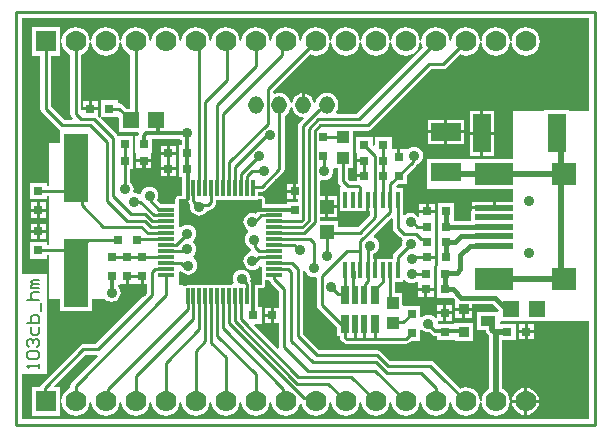
<source format=gtl>
G04*
G04 #@! TF.GenerationSoftware,Altium Limited,Altium Designer,20.2.6 (244)*
G04*
G04 Layer_Physical_Order=1*
G04 Layer_Color=65280*
%FSLAX25Y25*%
%MOIN*%
G70*
G04*
G04 #@! TF.SameCoordinates,98507788-8A11-4182-AA0E-0FE8B404AF89*
G04*
G04*
G04 #@! TF.FilePolarity,Positive*
G04*
G01*
G75*
%ADD11C,0.00787*%
%ADD14C,0.00984*%
%ADD15C,0.01000*%
%ADD16C,0.01968*%
%ADD39R,0.13000X0.07800*%
%ADD40R,0.12992X0.01968*%
%ADD41R,0.07874X0.07800*%
%ADD42R,0.03937X0.04331*%
%ADD43R,0.03150X0.03150*%
%ADD44R,0.05000X0.05000*%
%ADD45R,0.01200X0.05500*%
%ADD46R,0.03150X0.03150*%
%ADD47R,0.02559X0.06000*%
%ADD48R,0.01968X0.06000*%
%ADD49R,0.06000X0.13000*%
%ADD50R,0.05000X0.03600*%
%ADD51R,0.03600X0.03600*%
%ADD52R,0.05512X0.01181*%
%ADD53R,0.01181X0.05512*%
%ADD54R,0.10000X0.06000*%
%ADD55C,0.01181*%
%ADD56C,0.01575*%
%ADD57C,0.07000*%
%ADD58R,0.07000X0.07000*%
%ADD59C,0.03543*%
%ADD60R,0.08268X0.22835*%
%ADD61R,0.05512X0.05512*%
%ADD62O,0.05118X0.05906*%
G36*
X181064Y96850D02*
X174555D01*
Y97051D01*
X166193D01*
Y96850D01*
X155905D01*
Y80869D01*
X127165Y80869D01*
X127165Y70866D01*
X141925Y70866D01*
Y70706D01*
X155905D01*
Y66535D01*
X150098D01*
Y64567D01*
X149606D01*
Y64075D01*
X142126D01*
Y63583D01*
X141929D01*
Y60275D01*
X136221D01*
Y66142D01*
X130709D01*
Y60630D01*
Y55512D01*
Y50394D01*
Y45276D01*
X130315Y45276D01*
Y39764D01*
Y34646D01*
X135744D01*
X136370Y34020D01*
X136586Y33493D01*
X136586D01*
X136586Y33493D01*
Y31201D01*
X139370D01*
X142154D01*
Y32639D01*
X148856D01*
X151002Y30492D01*
X150753Y29890D01*
X143689D01*
Y23928D01*
X146682D01*
X146846Y23104D01*
X147325Y22388D01*
X147792Y21920D01*
Y4152D01*
X147639Y4089D01*
X146661Y3339D01*
X145911Y2361D01*
X145439Y1222D01*
X145331Y399D01*
X145304Y192D01*
X144696D01*
X144669Y399D01*
X144561Y1222D01*
X144089Y2361D01*
X143339Y3339D01*
X142361Y4089D01*
X141222Y4561D01*
X140000Y4721D01*
X138778Y4561D01*
X138123Y4289D01*
X133332Y9080D01*
X129395Y13017D01*
X128842Y13387D01*
X128189Y13517D01*
X114880D01*
X111836Y16561D01*
X111283Y16930D01*
X110630Y17060D01*
X91258D01*
X85958Y22360D01*
Y43436D01*
X86560Y43556D01*
X86791Y42999D01*
X87264Y42382D01*
X87881Y41909D01*
X88599Y41611D01*
X89370Y41510D01*
X89818Y41569D01*
X90420Y41130D01*
Y32283D01*
X90550Y31631D01*
X90920Y31077D01*
X97244Y24753D01*
Y21728D01*
X97999D01*
Y21555D01*
X98129Y20902D01*
X98498Y20349D01*
X99089Y19758D01*
X99642Y19388D01*
X100295Y19259D01*
X120177D01*
X120830Y19388D01*
X121384Y19758D01*
X121704Y20079D01*
X124803D01*
Y23736D01*
X125406Y23940D01*
X125453Y23878D01*
X126070Y23405D01*
X126788Y23108D01*
X127559Y23006D01*
X127933Y23055D01*
X128644Y22345D01*
X129230Y21953D01*
X129921Y21816D01*
X130315D01*
Y20472D01*
X135827D01*
Y20472D01*
X136389Y20376D01*
Y20228D01*
X142351D01*
Y26190D01*
X136389D01*
Y26081D01*
X135827Y25984D01*
Y25984D01*
X130924D01*
X130738Y26397D01*
X130898Y26756D01*
X131058Y26969D01*
X132579D01*
Y29035D01*
X130512D01*
Y27976D01*
X129910Y27772D01*
X129665Y28090D01*
X129048Y28563D01*
X128330Y28861D01*
X127559Y28962D01*
X126788Y28861D01*
X126070Y28563D01*
X125453Y28090D01*
X125406Y28028D01*
X124803Y28233D01*
Y31890D01*
X119291D01*
X118898Y32329D01*
Y36220D01*
X116617D01*
Y39781D01*
X119193D01*
Y40400D01*
X119795Y40605D01*
X119941Y40414D01*
X120558Y39941D01*
X121276Y39643D01*
X122047Y39542D01*
X122818Y39643D01*
X123413Y39889D01*
X124016Y39764D01*
X124213Y39243D01*
Y37894D01*
X129331D01*
Y39764D01*
X129527D01*
Y45276D01*
X129724Y45472D01*
X129724D01*
Y47539D01*
X127165D01*
Y48524D01*
X129724D01*
Y50394D01*
X129921D01*
Y55512D01*
Y61024D01*
X129724D01*
Y62894D01*
X127165D01*
X124606D01*
Y61834D01*
X124004Y61630D01*
X123759Y61949D01*
X123143Y62422D01*
X122424Y62719D01*
X121653Y62821D01*
X120883Y62719D01*
X120164Y62422D01*
X119720Y62081D01*
X119117Y62316D01*
Y63381D01*
X119193D01*
Y71243D01*
X117004D01*
X116778Y71845D01*
X117373Y72441D01*
X120472D01*
Y75540D01*
X123551Y78619D01*
X123895Y79133D01*
X124324Y79311D01*
X124941Y79784D01*
X125414Y80401D01*
X125711Y81119D01*
X125813Y81890D01*
X125711Y82661D01*
X125414Y83379D01*
X124941Y83996D01*
X124324Y84469D01*
X123606Y84767D01*
X122835Y84868D01*
X122064Y84767D01*
X121345Y84469D01*
X120861Y84097D01*
X120276Y84055D01*
X120276Y84055D01*
X120276Y84055D01*
X118209D01*
Y81496D01*
X117224D01*
Y84055D01*
X115354D01*
Y88189D01*
X109843D01*
Y85581D01*
X109240Y85278D01*
X109055Y85415D01*
Y88189D01*
X103543D01*
Y82677D01*
X103740D01*
Y80807D01*
X106299D01*
Y79823D01*
X103740D01*
Y78358D01*
X103740Y77756D01*
X103740D01*
Y77756D01*
X103740D01*
Y75689D01*
X106299D01*
Y74705D01*
X103740D01*
Y73578D01*
X101473D01*
X100919Y74132D01*
Y77953D01*
X102362D01*
Y84043D01*
X102362Y84646D01*
X102362D01*
Y84646D01*
X102362D01*
Y90292D01*
X107353D01*
X108006Y90422D01*
X108559Y90792D01*
X128475Y110708D01*
X132414D01*
X133066Y110837D01*
X133620Y111207D01*
X138123Y115711D01*
X138778Y115439D01*
X140000Y115278D01*
X141222Y115439D01*
X142361Y115911D01*
X143339Y116661D01*
X144089Y117639D01*
X144561Y118778D01*
X144669Y119601D01*
X144696Y119808D01*
X145304D01*
X145331Y119601D01*
X145439Y118778D01*
X145911Y117639D01*
X146661Y116661D01*
X147639Y115911D01*
X148778Y115439D01*
X150000Y115278D01*
X151222Y115439D01*
X152361Y115911D01*
X153339Y116661D01*
X154089Y117639D01*
X154561Y118778D01*
X154669Y119601D01*
X154696Y119808D01*
X155304D01*
X155331Y119601D01*
X155439Y118778D01*
X155911Y117639D01*
X156661Y116661D01*
X157639Y115911D01*
X158778Y115439D01*
X160000Y115278D01*
X161222Y115439D01*
X162361Y115911D01*
X163339Y116661D01*
X164089Y117639D01*
X164561Y118778D01*
X164722Y120000D01*
X164561Y121222D01*
X164089Y122361D01*
X163339Y123339D01*
X162361Y124089D01*
X161222Y124561D01*
X160000Y124722D01*
X158778Y124561D01*
X157639Y124089D01*
X156661Y123339D01*
X155911Y122361D01*
X155439Y121222D01*
X155331Y120399D01*
X155304Y120192D01*
X154696D01*
X154669Y120399D01*
X154561Y121222D01*
X154089Y122361D01*
X153339Y123339D01*
X152361Y124089D01*
X151222Y124561D01*
X150000Y124722D01*
X148778Y124561D01*
X147639Y124089D01*
X146661Y123339D01*
X145911Y122361D01*
X145439Y121222D01*
X145331Y120399D01*
X145304Y120192D01*
X144696D01*
X144669Y120399D01*
X144561Y121222D01*
X144089Y122361D01*
X143339Y123339D01*
X142361Y124089D01*
X141222Y124561D01*
X140000Y124722D01*
X138778Y124561D01*
X137639Y124089D01*
X136661Y123339D01*
X135911Y122361D01*
X135439Y121222D01*
X135304Y120192D01*
X134696D01*
X134561Y121222D01*
X134089Y122361D01*
X133339Y123339D01*
X132361Y124089D01*
X131222Y124561D01*
X130000Y124722D01*
X128778Y124561D01*
X127639Y124089D01*
X126661Y123339D01*
X125911Y122361D01*
X125439Y121222D01*
X125304Y120192D01*
X124696D01*
X124561Y121222D01*
X124089Y122361D01*
X123339Y123339D01*
X122361Y124089D01*
X121222Y124561D01*
X120000Y124722D01*
X118778Y124561D01*
X117639Y124089D01*
X116661Y123339D01*
X115911Y122361D01*
X115439Y121222D01*
X115304Y120192D01*
X114696D01*
X114561Y121222D01*
X114089Y122361D01*
X113339Y123339D01*
X112361Y124089D01*
X111222Y124561D01*
X110000Y124722D01*
X108778Y124561D01*
X107639Y124089D01*
X106661Y123339D01*
X105911Y122361D01*
X105439Y121222D01*
X105304Y120192D01*
X104696D01*
X104561Y121222D01*
X104089Y122361D01*
X103339Y123339D01*
X102361Y124089D01*
X101222Y124561D01*
X100000Y124722D01*
X98778Y124561D01*
X97639Y124089D01*
X96661Y123339D01*
X95911Y122361D01*
X95439Y121222D01*
X95304Y120192D01*
X94696D01*
X94561Y121222D01*
X94089Y122361D01*
X93339Y123339D01*
X92361Y124089D01*
X91222Y124561D01*
X90000Y124722D01*
X88778Y124561D01*
X87639Y124089D01*
X86661Y123339D01*
X85911Y122361D01*
X85439Y121222D01*
X85304Y120192D01*
X84696D01*
X84561Y121222D01*
X84089Y122361D01*
X83339Y123339D01*
X82361Y124089D01*
X81222Y124561D01*
X80000Y124722D01*
X78778Y124561D01*
X77639Y124089D01*
X76661Y123339D01*
X75911Y122361D01*
X75439Y121222D01*
X75304Y120192D01*
X74696D01*
X74561Y121222D01*
X74089Y122361D01*
X73339Y123339D01*
X72361Y124089D01*
X71222Y124561D01*
X70000Y124722D01*
X68778Y124561D01*
X67639Y124089D01*
X66661Y123339D01*
X65911Y122361D01*
X65439Y121222D01*
X65304Y120192D01*
X64696D01*
X64561Y121222D01*
X64089Y122361D01*
X63339Y123339D01*
X62361Y124089D01*
X61222Y124561D01*
X60000Y124722D01*
X58778Y124561D01*
X57639Y124089D01*
X56661Y123339D01*
X55911Y122361D01*
X55439Y121222D01*
X55304Y120192D01*
X54696D01*
X54561Y121222D01*
X54089Y122361D01*
X53339Y123339D01*
X52361Y124089D01*
X51222Y124561D01*
X50000Y124722D01*
X48778Y124561D01*
X47639Y124089D01*
X46661Y123339D01*
X45911Y122361D01*
X45439Y121222D01*
X45304Y120192D01*
X44696D01*
X44561Y121222D01*
X44089Y122361D01*
X43339Y123339D01*
X42361Y124089D01*
X41222Y124561D01*
X40000Y124722D01*
X38778Y124561D01*
X37639Y124089D01*
X36661Y123339D01*
X35911Y122361D01*
X35439Y121222D01*
X35304Y120192D01*
X34696D01*
X34561Y121222D01*
X34089Y122361D01*
X33339Y123339D01*
X32361Y124089D01*
X31222Y124561D01*
X30000Y124722D01*
X28778Y124561D01*
X27639Y124089D01*
X26661Y123339D01*
X25911Y122361D01*
X25439Y121222D01*
X25304Y120192D01*
X24696D01*
X24561Y121222D01*
X24089Y122361D01*
X23339Y123339D01*
X22361Y124089D01*
X21222Y124561D01*
X20000Y124722D01*
X18778Y124561D01*
X17639Y124089D01*
X16661Y123339D01*
X15911Y122361D01*
X15439Y121222D01*
X15304Y120192D01*
X14696D01*
X14561Y121222D01*
X14089Y122361D01*
X13339Y123339D01*
X12361Y124089D01*
X11222Y124561D01*
X10000Y124722D01*
X8778Y124561D01*
X7639Y124089D01*
X6661Y123339D01*
X5911Y122361D01*
X5439Y121222D01*
X5279Y120000D01*
X5439Y118778D01*
X5911Y117639D01*
X6661Y116661D01*
X7639Y115911D01*
X8294Y115640D01*
Y95906D01*
X8424Y95253D01*
X8794Y94699D01*
X9104Y94389D01*
X8874Y93832D01*
X6219D01*
X1706Y98344D01*
Y115319D01*
X4681D01*
Y124681D01*
X-4681D01*
Y115319D01*
X-1706D01*
Y97638D01*
X-1576Y96985D01*
X-1206Y96431D01*
X4306Y90920D01*
X4543Y90761D01*
X4921Y90315D01*
Y86221D01*
X1181D01*
Y71785D01*
X394D01*
Y72835D01*
X-5118D01*
Y67323D01*
X394D01*
Y68373D01*
X1181D01*
Y52100D01*
X394D01*
Y53150D01*
X-5118D01*
Y47638D01*
X394D01*
Y48688D01*
X1181D01*
Y34252D01*
X4921D01*
Y30158D01*
X15551D01*
Y34252D01*
X19291D01*
X19291Y34252D01*
Y34252D01*
X19873Y34203D01*
X19941Y34115D01*
X20558Y33641D01*
X21276Y33344D01*
X22047Y33242D01*
X22818Y33344D01*
X23536Y33641D01*
X24153Y34115D01*
X24626Y34731D01*
X24924Y35450D01*
X25025Y36220D01*
X24924Y36991D01*
X24626Y37710D01*
X24153Y38326D01*
X24091Y38374D01*
X24296Y38976D01*
X24803D01*
Y39173D01*
X26673D01*
Y41732D01*
X27657D01*
Y39173D01*
X29122D01*
X29724Y39173D01*
Y39173D01*
X29724D01*
Y39173D01*
X31791D01*
Y41732D01*
X32776D01*
Y39173D01*
X33727D01*
Y36140D01*
X16616Y19029D01*
X12598D01*
X11946Y18899D01*
X11392Y18529D01*
X-1531Y5606D01*
X-1901Y5053D01*
X-1975Y4681D01*
X-4681D01*
Y-4681D01*
X4681D01*
Y4681D01*
X3156D01*
X2926Y5238D01*
X13305Y15617D01*
X17077D01*
X17329Y15017D01*
X8794Y6482D01*
X8424Y5928D01*
X8294Y5276D01*
Y4360D01*
X7639Y4089D01*
X6661Y3339D01*
X5911Y2361D01*
X5439Y1222D01*
X5279Y0D01*
X5439Y-1222D01*
X5911Y-2361D01*
X6661Y-3339D01*
X7639Y-4089D01*
X8778Y-4561D01*
X10000Y-4721D01*
X11222Y-4561D01*
X12361Y-4089D01*
X13339Y-3339D01*
X14089Y-2361D01*
X14561Y-1222D01*
X14696Y-192D01*
X15304D01*
X15439Y-1222D01*
X15911Y-2361D01*
X16661Y-3339D01*
X17639Y-4089D01*
X18778Y-4561D01*
X20000Y-4721D01*
X21222Y-4561D01*
X22361Y-4089D01*
X23339Y-3339D01*
X24089Y-2361D01*
X24561Y-1222D01*
X24696Y-192D01*
X25304D01*
X25439Y-1222D01*
X25911Y-2361D01*
X26661Y-3339D01*
X27639Y-4089D01*
X28778Y-4561D01*
X30000Y-4721D01*
X31222Y-4561D01*
X32361Y-4089D01*
X33339Y-3339D01*
X34089Y-2361D01*
X34561Y-1222D01*
X34696Y-192D01*
X35304D01*
X35439Y-1222D01*
X35911Y-2361D01*
X36661Y-3339D01*
X37639Y-4089D01*
X38778Y-4561D01*
X40000Y-4721D01*
X41222Y-4561D01*
X42361Y-4089D01*
X43339Y-3339D01*
X44089Y-2361D01*
X44561Y-1222D01*
X44696Y-192D01*
X45304D01*
X45439Y-1222D01*
X45911Y-2361D01*
X46661Y-3339D01*
X47639Y-4089D01*
X48778Y-4561D01*
X50000Y-4721D01*
X51222Y-4561D01*
X52361Y-4089D01*
X53339Y-3339D01*
X54089Y-2361D01*
X54561Y-1222D01*
X54696Y-192D01*
X55304D01*
X55439Y-1222D01*
X55911Y-2361D01*
X56661Y-3339D01*
X57639Y-4089D01*
X58778Y-4561D01*
X60000Y-4721D01*
X61222Y-4561D01*
X62361Y-4089D01*
X63339Y-3339D01*
X64089Y-2361D01*
X64561Y-1222D01*
X64696Y-192D01*
X65304D01*
X65439Y-1222D01*
X65911Y-2361D01*
X66661Y-3339D01*
X67639Y-4089D01*
X68778Y-4561D01*
X70000Y-4721D01*
X71222Y-4561D01*
X72361Y-4089D01*
X73339Y-3339D01*
X74089Y-2361D01*
X74561Y-1222D01*
X74696Y-192D01*
X75304D01*
X75439Y-1222D01*
X75911Y-2361D01*
X76661Y-3339D01*
X77639Y-4089D01*
X78778Y-4561D01*
X80000Y-4721D01*
X81222Y-4561D01*
X82361Y-4089D01*
X83339Y-3339D01*
X84089Y-2361D01*
X84561Y-1222D01*
X84580Y-1072D01*
X85231Y-744D01*
X85388Y-831D01*
X85439Y-1222D01*
X85911Y-2361D01*
X86661Y-3339D01*
X87639Y-4089D01*
X88778Y-4561D01*
X90000Y-4721D01*
X91222Y-4561D01*
X92361Y-4089D01*
X93339Y-3339D01*
X94089Y-2361D01*
X94561Y-1222D01*
X94696Y-192D01*
X95304D01*
X95439Y-1222D01*
X95911Y-2361D01*
X96661Y-3339D01*
X97639Y-4089D01*
X98778Y-4561D01*
X100000Y-4721D01*
X101222Y-4561D01*
X102361Y-4089D01*
X103339Y-3339D01*
X104089Y-2361D01*
X104561Y-1222D01*
X104696Y-192D01*
X105304D01*
X105439Y-1222D01*
X105911Y-2361D01*
X106661Y-3339D01*
X107639Y-4089D01*
X108778Y-4561D01*
X110000Y-4721D01*
X111222Y-4561D01*
X112361Y-4089D01*
X113339Y-3339D01*
X114089Y-2361D01*
X114561Y-1222D01*
X114696Y-192D01*
X115304D01*
X115439Y-1222D01*
X115911Y-2361D01*
X116661Y-3339D01*
X117639Y-4089D01*
X118778Y-4561D01*
X120000Y-4721D01*
X121222Y-4561D01*
X122361Y-4089D01*
X123339Y-3339D01*
X124089Y-2361D01*
X124561Y-1222D01*
X124696Y-192D01*
X125304D01*
X125439Y-1222D01*
X125911Y-2361D01*
X126661Y-3339D01*
X127639Y-4089D01*
X128778Y-4561D01*
X130000Y-4721D01*
X131222Y-4561D01*
X132361Y-4089D01*
X133339Y-3339D01*
X134089Y-2361D01*
X134561Y-1222D01*
X134696Y-192D01*
X135304D01*
X135439Y-1222D01*
X135911Y-2361D01*
X136661Y-3339D01*
X137639Y-4089D01*
X138778Y-4561D01*
X140000Y-4721D01*
X141222Y-4561D01*
X142361Y-4089D01*
X143339Y-3339D01*
X144089Y-2361D01*
X144561Y-1222D01*
X144669Y-399D01*
X144696Y-192D01*
X145304D01*
X145331Y-399D01*
X145439Y-1222D01*
X145911Y-2361D01*
X146661Y-3339D01*
X147639Y-4089D01*
X148778Y-4561D01*
X150000Y-4721D01*
X151222Y-4561D01*
X152361Y-4089D01*
X153339Y-3339D01*
X154089Y-2361D01*
X154561Y-1222D01*
X154721Y0D01*
X154561Y1222D01*
X154089Y2361D01*
X153339Y3339D01*
X152361Y4089D01*
X152208Y4152D01*
Y20472D01*
X156693D01*
Y25984D01*
X151608D01*
X151509Y26169D01*
X151555Y26360D01*
X151870Y26772D01*
X155905D01*
Y26772D01*
X181064D01*
Y-5867D01*
X-7835D01*
Y9055D01*
X327D01*
Y42510D01*
X-7835D01*
X-7835Y127914D01*
X181064D01*
Y96850D01*
D02*
G37*
G36*
X95439Y118778D02*
X95911Y117639D01*
X96661Y116661D01*
X97639Y115911D01*
X98778Y115439D01*
X100000Y115278D01*
X101222Y115439D01*
X102361Y115911D01*
X103339Y116661D01*
X104089Y117639D01*
X104561Y118778D01*
X104696Y119808D01*
X105304D01*
X105439Y118778D01*
X105911Y117639D01*
X106661Y116661D01*
X107639Y115911D01*
X108778Y115439D01*
X110000Y115278D01*
X111222Y115439D01*
X112361Y115911D01*
X113339Y116661D01*
X114089Y117639D01*
X114561Y118778D01*
X114696Y119808D01*
X115304D01*
X115439Y118778D01*
X115911Y117639D01*
X116661Y116661D01*
X117639Y115911D01*
X118778Y115439D01*
X120000Y115278D01*
X121222Y115439D01*
X122361Y115911D01*
X123339Y116661D01*
X124089Y117639D01*
X124561Y118778D01*
X124696Y119808D01*
X125304D01*
X125439Y118778D01*
X125780Y117956D01*
X103624Y95801D01*
X97082D01*
X96816Y96341D01*
X96968Y96539D01*
X97345Y97449D01*
X97473Y98425D01*
Y99213D01*
X97345Y100189D01*
X96968Y101099D01*
X96368Y101880D01*
X95587Y102480D01*
X94677Y102857D01*
X93701Y102985D01*
X92724Y102857D01*
X91815Y102480D01*
X91033Y101880D01*
X90434Y101099D01*
X90057Y100189D01*
X89968Y99516D01*
X89361D01*
X89279Y100138D01*
X88922Y100999D01*
X88354Y101740D01*
X87614Y102308D01*
X86752Y102665D01*
X86319Y102722D01*
Y98819D01*
X85335D01*
Y102722D01*
X84902Y102665D01*
X84040Y102308D01*
X83300Y101740D01*
X82732Y100999D01*
X82375Y100138D01*
X82293Y99516D01*
X81685D01*
X81597Y100189D01*
X81220Y101099D01*
X80620Y101880D01*
X79839Y102480D01*
X78929Y102857D01*
X77953Y102985D01*
X76976Y102857D01*
X76480Y102651D01*
X75926Y102975D01*
X75877Y103464D01*
X88123Y115711D01*
X88778Y115439D01*
X90000Y115278D01*
X91222Y115439D01*
X92361Y115911D01*
X93339Y116661D01*
X94089Y117639D01*
X94561Y118778D01*
X94696Y119808D01*
X95304D01*
X95439Y118778D01*
D02*
G37*
G36*
X15439D02*
X15911Y117639D01*
X16661Y116661D01*
X17639Y115911D01*
X18778Y115439D01*
X20000Y115278D01*
X21222Y115439D01*
X22361Y115911D01*
X23339Y116661D01*
X24089Y117639D01*
X24561Y118778D01*
X24696Y119808D01*
X25304D01*
X25439Y118778D01*
X25911Y117639D01*
X26661Y116661D01*
X27639Y115911D01*
X28294Y115640D01*
Y97638D01*
X26903D01*
X25697Y98844D01*
X25143Y99214D01*
X24490Y99344D01*
X24016D01*
Y100394D01*
X18504D01*
Y94997D01*
X17997Y94652D01*
X17520Y95129D01*
Y97146D01*
X14961D01*
X12062D01*
X11799Y97005D01*
X11706Y97067D01*
Y115640D01*
X12361Y115911D01*
X13339Y116661D01*
X14089Y117639D01*
X14561Y118778D01*
X14696Y119808D01*
X15304D01*
X15439Y118778D01*
D02*
G37*
G36*
X97507Y73426D02*
X97636Y72773D01*
X98006Y72219D01*
X98426Y71799D01*
X98196Y71243D01*
X98130D01*
Y63381D01*
X106693D01*
Y63578D01*
X106919D01*
Y67312D01*
X107904D01*
Y63578D01*
X108130D01*
Y63381D01*
X108136D01*
Y62124D01*
X104018Y58005D01*
X97382D01*
Y60061D01*
X91407D01*
Y61396D01*
X93209D01*
Y64880D01*
X93701D01*
D01*
X93209D01*
Y68364D01*
X91407D01*
Y73548D01*
X92009Y73950D01*
X92143Y73895D01*
X92913Y73793D01*
X93684Y73895D01*
X94402Y74192D01*
X95019Y74666D01*
X95493Y75283D01*
X95790Y76001D01*
X95892Y76772D01*
X95801Y77459D01*
X96034Y77750D01*
X96272Y77953D01*
X97507D01*
Y73426D01*
D02*
G37*
G36*
X82375Y97500D02*
X82732Y96638D01*
X83300Y95898D01*
X84040Y95330D01*
X84902Y94973D01*
X85698Y94868D01*
X86005Y94323D01*
X84620Y92939D01*
X84251Y92385D01*
X84121Y91732D01*
Y72638D01*
X83563D01*
Y70079D01*
Y67520D01*
X84121D01*
Y66535D01*
X80315D01*
Y65779D01*
X73251D01*
Y67323D01*
X73160Y67784D01*
X72899Y68174D01*
X72508Y68435D01*
X72047Y68527D01*
X70752D01*
Y69947D01*
X72047D01*
X72700Y70077D01*
X73254Y70447D01*
X79159Y76353D01*
X79529Y76906D01*
X79659Y77559D01*
Y95083D01*
X79839Y95158D01*
X80620Y95758D01*
X81220Y96539D01*
X81597Y97449D01*
X81685Y98122D01*
X82293D01*
X82375Y97500D01*
D02*
G37*
G36*
X24016Y94882D02*
X24490Y94573D01*
Y89764D01*
X30666D01*
X30986Y89161D01*
X30871Y88583D01*
X29921D01*
Y83395D01*
X29921Y83071D01*
X30118Y82550D01*
Y80807D01*
X35236D01*
Y82550D01*
X35433Y83071D01*
X35433Y83395D01*
Y87564D01*
X44908D01*
X45138Y87264D01*
X45438Y87034D01*
Y85433D01*
X44488D01*
Y79921D01*
Y74803D01*
X45520D01*
Y71256D01*
Y68527D01*
X44488D01*
X44027Y68435D01*
X43637Y68174D01*
X43376Y67784D01*
X43284Y67323D01*
Y65744D01*
X38519D01*
X37175Y67088D01*
X37225Y67153D01*
X37522Y67871D01*
X37624Y68642D01*
X37522Y69412D01*
X37225Y70131D01*
X36752Y70748D01*
X36135Y71221D01*
X35416Y71518D01*
X34646Y71620D01*
X33875Y71518D01*
X33157Y71221D01*
X32540Y70748D01*
X32066Y70131D01*
X31769Y69412D01*
X31755Y69307D01*
X31113Y69041D01*
X31017Y69115D01*
X30298Y69412D01*
X29659Y69496D01*
X29218Y70007D01*
X29255Y70095D01*
X29356Y70866D01*
X29255Y71637D01*
X28957Y72355D01*
X28484Y72972D01*
X28084Y73279D01*
Y77559D01*
X29134D01*
Y82468D01*
X29134Y83071D01*
X29134D01*
Y83071D01*
X29134D01*
Y88583D01*
X23927D01*
X23647Y89002D01*
X18274Y94375D01*
X18619Y94882D01*
X24016D01*
D02*
G37*
G36*
X72047Y63710D02*
X71803D01*
X71150Y63580D01*
X70597Y63210D01*
X69978Y62591D01*
X69669Y62719D01*
X68898Y62821D01*
X68127Y62719D01*
X67409Y62422D01*
X66792Y61949D01*
X66318Y61332D01*
X66021Y60613D01*
X65919Y59842D01*
X66021Y59072D01*
X66318Y58353D01*
X66792Y57737D01*
X67409Y57263D01*
X67538Y57209D01*
X67586Y57111D01*
X67622Y56323D01*
X67257Y56043D01*
X66784Y55426D01*
X66486Y54708D01*
X66385Y53937D01*
X66486Y53166D01*
X66784Y52448D01*
X67257Y51831D01*
X67874Y51358D01*
X68228Y51211D01*
X68329Y50701D01*
X68424Y50560D01*
X68147Y49785D01*
X68061Y49700D01*
X67409Y49430D01*
X66792Y48956D01*
X66318Y48340D01*
X66021Y47621D01*
X65919Y46850D01*
X66021Y46080D01*
X66318Y45361D01*
X66792Y44745D01*
X67409Y44271D01*
X68127Y43974D01*
X68898Y43872D01*
X69669Y43974D01*
X70387Y44271D01*
X71004Y44745D01*
X71260Y45078D01*
X72047Y44811D01*
Y38976D01*
X68718D01*
Y39287D01*
X68588Y39940D01*
X68264Y40425D01*
X68333Y40945D01*
X68231Y41716D01*
X67934Y42434D01*
X67460Y43051D01*
X66843Y43524D01*
X66125Y43822D01*
X65354Y43923D01*
X64583Y43822D01*
X63865Y43524D01*
X63248Y43051D01*
X62775Y42434D01*
X62478Y41716D01*
X62376Y40945D01*
X62478Y40174D01*
X62647Y39764D01*
X62226Y38976D01*
X44488D01*
Y43236D01*
X45276Y43504D01*
X45532Y43170D01*
X46149Y42696D01*
X46867Y42399D01*
X47638Y42297D01*
X48409Y42399D01*
X49127Y42696D01*
X49744Y43170D01*
X50217Y43786D01*
X50515Y44505D01*
X50616Y45276D01*
X50515Y46046D01*
X50217Y46765D01*
X49744Y47381D01*
X49347Y47686D01*
X49245Y48411D01*
X49294Y48638D01*
X49350Y48682D01*
X49823Y49298D01*
X50121Y50017D01*
X50222Y50787D01*
X50121Y51558D01*
X49823Y52276D01*
X49350Y52893D01*
X49273Y52953D01*
Y53606D01*
X49392Y53854D01*
X49823Y54416D01*
X50121Y55135D01*
X50222Y55905D01*
X50121Y56676D01*
X49823Y57395D01*
X49350Y58011D01*
X48733Y58485D01*
X48015Y58782D01*
X47244Y58884D01*
X46473Y58782D01*
X45755Y58485D01*
X45276Y58117D01*
X44779Y58258D01*
X44488Y58458D01*
Y67323D01*
X47524D01*
Y67319D01*
X47589D01*
Y66847D01*
X47719Y66194D01*
X48089Y65640D01*
X48269Y65460D01*
X48203Y64961D01*
X48304Y64190D01*
X48602Y63472D01*
X49075Y62855D01*
X49692Y62381D01*
X50410Y62084D01*
X51181Y61982D01*
X51952Y62084D01*
X52670Y62381D01*
X53287Y62855D01*
X53760Y63472D01*
X53831Y63643D01*
X54134D01*
X54787Y63773D01*
X55340Y64143D01*
X56407Y65210D01*
X56777Y65763D01*
X56907Y66416D01*
Y67319D01*
X70752D01*
Y67323D01*
X72047D01*
Y63710D01*
D02*
G37*
G36*
X115705Y60931D02*
Y57963D01*
X115835Y57310D01*
X116205Y56756D01*
X118262Y54699D01*
X118727Y54388D01*
X118856Y54189D01*
X119002Y53678D01*
X118777Y53133D01*
X118675Y52362D01*
X118741Y51862D01*
X116205Y49326D01*
X115835Y48773D01*
X115705Y48120D01*
Y47643D01*
X110630D01*
Y47446D01*
X110404D01*
Y43712D01*
X109419D01*
Y47446D01*
X109193D01*
Y47643D01*
X109117D01*
Y49124D01*
X109757Y49389D01*
X110374Y49863D01*
X110847Y50479D01*
X111144Y51198D01*
X111246Y51968D01*
X111144Y52739D01*
X110847Y53458D01*
X110374Y54074D01*
X109757Y54548D01*
X109495Y54656D01*
X109354Y55367D01*
X115149Y61162D01*
X115705Y60931D01*
D02*
G37*
G36*
X74688Y40012D02*
X75058Y39459D01*
X77822Y36695D01*
Y31299D01*
X76083D01*
Y28740D01*
Y26181D01*
X77822D01*
Y18110D01*
X77858Y17926D01*
X77303Y17629D01*
X69505Y25428D01*
X69735Y25984D01*
X72047D01*
Y31496D01*
X70787D01*
Y35035D01*
Y37772D01*
X72047D01*
X72508Y37864D01*
X72899Y38125D01*
X73160Y38515D01*
X73251Y38976D01*
Y40332D01*
X73341Y40547D01*
X74581D01*
X74688Y40012D01*
D02*
G37*
%LPC*%
G36*
X139449Y93862D02*
X133957D01*
Y90370D01*
X139449D01*
Y93862D01*
D02*
G37*
G36*
X132973D02*
X127480D01*
Y90370D01*
X132973D01*
Y93862D01*
D02*
G37*
G36*
X149358Y96854D02*
X145866D01*
Y89862D01*
X149358D01*
Y96854D01*
D02*
G37*
G36*
X144882D02*
X141390D01*
Y89862D01*
X144882D01*
Y96854D01*
D02*
G37*
G36*
X139449Y89386D02*
X133957D01*
Y85894D01*
X139449D01*
Y89386D01*
D02*
G37*
G36*
X132973D02*
X127480D01*
Y85894D01*
X132973D01*
Y89386D01*
D02*
G37*
G36*
X149358Y88878D02*
X145866D01*
Y81886D01*
X149358D01*
Y88878D01*
D02*
G37*
G36*
X144882D02*
X141390D01*
Y81886D01*
X144882D01*
Y88878D01*
D02*
G37*
G36*
X149114Y66535D02*
X142126D01*
Y65059D01*
X149114D01*
Y66535D01*
D02*
G37*
G36*
X197Y66339D02*
X-1870D01*
Y64272D01*
X197D01*
Y66339D01*
D02*
G37*
G36*
X-2854D02*
X-4921D01*
Y64272D01*
X-2854D01*
Y66339D01*
D02*
G37*
G36*
X129724Y65945D02*
X127657D01*
Y63878D01*
X129724D01*
Y65945D01*
D02*
G37*
G36*
X126673D02*
X124606D01*
Y63878D01*
X126673D01*
Y65945D01*
D02*
G37*
G36*
X197Y63287D02*
X-1870D01*
Y61221D01*
X197D01*
Y63287D01*
D02*
G37*
G36*
X-2854D02*
X-4921D01*
Y61221D01*
X-2854D01*
Y63287D01*
D02*
G37*
G36*
X197Y59252D02*
X-1870D01*
Y57185D01*
X197D01*
Y59252D01*
D02*
G37*
G36*
X-2854D02*
X-4921D01*
Y57185D01*
X-2854D01*
Y59252D01*
D02*
G37*
G36*
X197Y56201D02*
X-1870D01*
Y54134D01*
X197D01*
Y56201D01*
D02*
G37*
G36*
X-2854D02*
X-4921D01*
Y54134D01*
X-2854D01*
Y56201D01*
D02*
G37*
G36*
X129331Y36909D02*
X127264D01*
Y34843D01*
X129331D01*
Y36909D01*
D02*
G37*
G36*
X126279D02*
X124213D01*
Y34843D01*
X126279D01*
Y36909D01*
D02*
G37*
G36*
X135630Y32087D02*
X133563D01*
Y30020D01*
X135630D01*
Y32087D01*
D02*
G37*
G36*
X132579D02*
X130512D01*
Y30020D01*
X132579D01*
Y32087D01*
D02*
G37*
G36*
X142154Y30217D02*
X139862D01*
Y27924D01*
X142154D01*
Y30217D01*
D02*
G37*
G36*
X138878D02*
X136586D01*
Y27924D01*
X138878D01*
Y30217D01*
D02*
G37*
G36*
X135630Y29035D02*
X133563D01*
Y26969D01*
X135630D01*
Y29035D01*
D02*
G37*
G36*
X162795Y25787D02*
X160728D01*
Y23720D01*
X162795D01*
Y25787D01*
D02*
G37*
G36*
X159744D02*
X157677D01*
Y23720D01*
X159744D01*
Y25787D01*
D02*
G37*
G36*
X162795Y22736D02*
X160728D01*
Y20669D01*
X162795D01*
Y22736D01*
D02*
G37*
G36*
X159744D02*
X157677D01*
Y20669D01*
X159744D01*
Y22736D01*
D02*
G37*
G36*
X160492Y4458D02*
Y492D01*
X164458D01*
X164369Y1171D01*
X163917Y2262D01*
X163198Y3198D01*
X162261Y3917D01*
X161171Y4369D01*
X160492Y4458D01*
D02*
G37*
G36*
X159508D02*
X158829Y4369D01*
X157738Y3917D01*
X156802Y3198D01*
X156083Y2262D01*
X155631Y1171D01*
X155542Y492D01*
X159508D01*
Y4458D01*
D02*
G37*
G36*
X164458Y-492D02*
X160492D01*
Y-4458D01*
X161171Y-4369D01*
X162261Y-3917D01*
X163198Y-3198D01*
X163917Y-2262D01*
X164369Y-1171D01*
X164458Y-492D01*
D02*
G37*
G36*
X159508D02*
X155542D01*
X155631Y-1171D01*
X156083Y-2262D01*
X156802Y-3198D01*
X157738Y-3917D01*
X158829Y-4369D01*
X159508Y-4458D01*
Y-492D01*
D02*
G37*
G36*
X17520Y100197D02*
X15453D01*
Y98130D01*
X17520D01*
Y100197D01*
D02*
G37*
G36*
X14469D02*
X12402D01*
Y98130D01*
X14469D01*
Y100197D01*
D02*
G37*
G36*
X97185Y68364D02*
X94193D01*
Y65372D01*
X97185D01*
Y68364D01*
D02*
G37*
G36*
Y64388D02*
X94193D01*
Y61396D01*
X97185D01*
Y64388D01*
D02*
G37*
G36*
X82579Y72638D02*
X80512D01*
Y70571D01*
X82579D01*
Y72638D01*
D02*
G37*
G36*
Y69587D02*
X80512D01*
Y67520D01*
X82579D01*
Y69587D01*
D02*
G37*
G36*
X43504Y85236D02*
X41437D01*
Y83169D01*
X43504D01*
Y85236D01*
D02*
G37*
G36*
X40453D02*
X38386D01*
Y83169D01*
X40453D01*
Y85236D01*
D02*
G37*
G36*
X43504Y82185D02*
X40945D01*
X38386D01*
Y80721D01*
X38386Y80118D01*
X38386Y79516D01*
Y78051D01*
X40945D01*
X43504D01*
Y79516D01*
X43504Y80118D01*
X43504Y80721D01*
Y82185D01*
D02*
G37*
G36*
X35236Y79823D02*
X33169D01*
Y77756D01*
X35236D01*
Y79823D01*
D02*
G37*
G36*
X32185D02*
X30118D01*
Y77756D01*
X32185D01*
Y79823D01*
D02*
G37*
G36*
X43504Y77067D02*
X41437D01*
Y75000D01*
X43504D01*
Y77067D01*
D02*
G37*
G36*
X40453D02*
X38386D01*
Y75000D01*
X40453D01*
Y77067D01*
D02*
G37*
G36*
X75098Y31299D02*
X73032D01*
Y29232D01*
X75098D01*
Y31299D01*
D02*
G37*
G36*
Y28248D02*
X73032D01*
Y26181D01*
X75098D01*
Y28248D01*
D02*
G37*
%LPD*%
D11*
X117717Y81496D02*
Y86221D01*
X-2297Y11024D02*
Y12336D01*
Y11680D01*
X-6233D01*
X-5577Y11024D01*
Y14303D02*
X-6233Y14959D01*
Y16271D01*
X-5577Y16927D01*
X-2953D01*
X-2297Y16271D01*
Y14959D01*
X-2953Y14303D01*
X-5577D01*
Y18239D02*
X-6233Y18895D01*
Y20207D01*
X-5577Y20863D01*
X-4921D01*
X-4265Y20207D01*
Y19551D01*
Y20207D01*
X-3609Y20863D01*
X-2953D01*
X-2297Y20207D01*
Y18895D01*
X-2953Y18239D01*
X-4921Y24799D02*
Y22831D01*
X-4265Y22175D01*
X-2953D01*
X-2297Y22831D01*
Y24799D01*
X-6233Y26111D02*
X-2297D01*
Y28078D01*
X-2953Y28734D01*
X-3609D01*
X-4265D01*
X-4921Y28078D01*
Y26111D01*
X-1641Y30046D02*
Y32670D01*
X-6233Y33982D02*
X-2297D01*
X-4265D01*
X-4921Y34638D01*
Y35950D01*
X-4265Y36606D01*
X-2297D01*
Y37918D02*
X-4921D01*
Y38574D01*
X-4265Y39230D01*
X-2297D01*
X-4265D01*
X-4921Y39886D01*
X-4265Y40542D01*
X-2297D01*
D14*
X-325Y325D02*
X0Y0D01*
X-325Y4400D02*
X12598Y17323D01*
X-325Y325D02*
Y4400D01*
X12598Y17323D02*
X17323D01*
X92520Y81890D02*
X92913Y81496D01*
Y76772D02*
Y81496D01*
X122345Y79825D02*
Y81400D01*
X114911Y72392D02*
X122345Y79825D01*
Y81400D02*
X122835Y81890D01*
X123921Y58268D02*
X127165D01*
X122346Y59842D02*
X123921Y58268D01*
X121653Y59842D02*
X122346D01*
X117411Y48120D02*
X121653Y52362D01*
X117411Y43712D02*
Y48120D01*
X93782Y56299D02*
X104724D01*
X93701Y56380D02*
X93782Y56299D01*
X104724D02*
X109843Y61417D01*
X95276Y38000D02*
Y38189D01*
Y38000D02*
X97449Y35827D01*
X99705D01*
X92126Y41732D02*
X100394Y50000D01*
X92126Y32283D02*
X98501Y25909D01*
X92126Y32283D02*
Y41732D01*
X99213Y73426D02*
Y81299D01*
Y73426D02*
X100767Y71872D01*
X106299Y75197D02*
Y80315D01*
X89370Y44488D02*
Y52756D01*
X93701Y48425D02*
Y56380D01*
X100394Y50000D02*
X104911D01*
X69177Y71653D02*
X72047D01*
X77953Y77559D02*
Y98819D01*
X72047Y71653D02*
X77953Y77559D01*
X40043Y52161D02*
X43500D01*
X47244Y55905D01*
X119468D02*
X123622D01*
X125295Y54232D02*
X126083D01*
X127165Y53150D01*
X123622Y55905D02*
X125295Y54232D01*
X117411Y57963D02*
Y67312D01*
Y57963D02*
X119468Y55905D01*
X110630Y15354D02*
X114173Y11811D01*
X84252Y21654D02*
X90551Y15354D01*
X110630D01*
X84252Y21654D02*
Y44094D01*
X88976Y12992D02*
X110236D01*
X113779Y9449D01*
X81890Y20079D02*
X88976Y12992D01*
X81890Y20079D02*
Y43307D01*
X79528Y18110D02*
Y37402D01*
X87402Y10236D02*
X109764D01*
X79528Y18110D02*
X87402Y10236D01*
X82091Y46256D02*
X84252Y44094D01*
X80910Y44287D02*
X81890Y43307D01*
X76264Y40665D02*
X79528Y37402D01*
X109764Y10236D02*
X120000Y0D01*
X101732Y8268D02*
X110000Y0D01*
X65043Y27476D02*
X84252Y8268D01*
X101732D01*
X83858Y5906D02*
X94095D01*
X100000Y0D01*
X63075Y26689D02*
X83858Y5906D01*
X104335Y71872D02*
X104911Y71295D01*
X100767Y71872D02*
X104335D01*
X104911Y67312D02*
Y71295D01*
X89701Y59780D02*
Y90095D01*
X91605Y91998D02*
X107353D01*
X89701Y90095D02*
X91605Y91998D01*
X87795Y60236D02*
Y90945D01*
X91303Y97146D02*
X92976Y98819D01*
X85827Y60612D02*
Y91732D01*
X87795Y90945D02*
X90945Y94095D01*
X85827Y91732D02*
X91241Y97146D01*
X91303D01*
X92976Y98819D02*
X93701D01*
X90945Y94095D02*
X104331D01*
X85250Y60035D02*
X85827Y60612D01*
X85626Y58067D02*
X87795Y60236D01*
X76264Y60035D02*
X85250D01*
X86020Y56098D02*
X89701Y59780D01*
X76264Y58067D02*
X85626D01*
X76264Y56098D02*
X86020D01*
X115945Y26378D02*
X119291D01*
X115748Y26181D02*
X115945Y26378D01*
X119291D02*
X122047Y29134D01*
X110162Y20965D02*
X120177D01*
X122047Y22835D01*
X109744Y21266D02*
Y25909D01*
X109843Y20965D02*
X110162D01*
X107062D02*
X109843D01*
X106299D02*
X107062D01*
X102903D02*
X106299D01*
Y21225D02*
Y25909D01*
X20000Y0D02*
X20755Y755D01*
Y4220D01*
X47327Y30791D01*
Y35035D01*
X30000Y0D02*
Y8347D01*
X49295Y27642D02*
Y35035D01*
X30000Y8347D02*
X49295Y27642D01*
X40000Y0D02*
Y12835D01*
X51264Y24098D02*
Y35035D01*
X40000Y12835D02*
X51264Y24098D01*
X50000Y16929D02*
X53232Y20161D01*
X50000Y0D02*
Y16929D01*
X53232Y20161D02*
Y35035D01*
X60000Y0D02*
Y14803D01*
X55201Y19602D02*
X60000Y14803D01*
X55201Y19602D02*
Y35035D01*
X70000Y0D02*
Y9134D01*
X57169Y21965D02*
Y35035D01*
Y21965D02*
X70000Y9134D01*
X79245Y755D02*
X80000Y0D01*
X59138Y24327D02*
X79245Y4220D01*
X59138Y24327D02*
Y35035D01*
X79245Y755D02*
Y4220D01*
X125197Y9449D02*
X130000Y4646D01*
X113779Y9449D02*
X125197D01*
X130000Y0D02*
Y4646D01*
X114173Y11811D02*
X128189D01*
X132126Y7874D02*
X132126D01*
X128189Y11811D02*
X132126Y7874D01*
X132126D02*
X140000Y0D01*
X107411Y43712D02*
Y50345D01*
X102411Y41044D02*
Y43712D01*
X114911Y33711D02*
Y43712D01*
Y33711D02*
X115748Y32874D01*
X68890Y76866D02*
X72740D01*
X67012Y74988D02*
X68890Y76866D01*
X67012Y71256D02*
Y74988D01*
X51189Y116507D02*
Y118811D01*
X51264Y71256D02*
Y116432D01*
X50000Y120000D02*
X51189Y118811D01*
Y116507D02*
X51264Y116432D01*
X106299Y35509D02*
X106551Y35761D01*
X107411Y40089D02*
Y43712D01*
X106551Y35761D02*
Y39228D01*
X107411Y40089D01*
X100295Y20965D02*
X102903D01*
X103150Y21211D02*
Y25909D01*
X102903Y20965D02*
X103150Y21211D01*
X98501Y25909D02*
X99705D01*
Y21555D02*
X100295Y20965D01*
X99705Y21555D02*
Y25909D01*
X110630Y36395D02*
Y38189D01*
X109744Y35509D02*
X110630Y36395D01*
Y38189D02*
X112411Y39970D01*
Y43712D01*
X102411Y38263D02*
X103150Y37524D01*
X102411Y38263D02*
Y41044D01*
X103150Y35509D02*
Y37524D01*
X99911Y36033D02*
Y43712D01*
X99705Y35827D02*
X99911Y36033D01*
X127768Y112414D02*
X132414D01*
X107353Y91998D02*
X127768Y112414D01*
X132414D02*
X140000Y120000D01*
Y120000D01*
X130000Y119764D02*
Y120000D01*
X104331Y94095D02*
X130000Y119764D01*
X28427Y93701D02*
X30000Y95274D01*
Y120000D01*
X21260Y97638D02*
X24490D01*
X28427Y93701D01*
X14961Y97638D02*
Y102756D01*
X11811Y94095D02*
X16142D01*
X10000Y95906D02*
Y120000D01*
Y95906D02*
X11811Y94095D01*
X16142D02*
X22441Y87795D01*
X14961Y92126D02*
X20472Y86614D01*
X5512Y92126D02*
X14961D01*
X0Y97638D02*
X5512Y92126D01*
X0Y97638D02*
Y120000D01*
X14961Y97638D02*
X15354Y98032D01*
X22441Y68504D02*
Y87795D01*
X20472Y66929D02*
Y86614D01*
X26378Y80315D02*
Y85827D01*
X32677Y75197D02*
Y80315D01*
X34646Y67205D02*
Y68642D01*
X26378Y70866D02*
Y80315D01*
X29528Y66535D02*
X31609D01*
X36140Y62004D01*
X40043D01*
X28346Y62598D02*
X33071D01*
X22441Y68504D02*
X28346Y62598D01*
X33071D02*
X35634Y60035D01*
X33071Y60236D02*
X35240Y58067D01*
X27165Y60236D02*
X33071D01*
X20472Y66929D02*
X27165Y60236D01*
X11980Y65579D02*
X19291Y58268D01*
X31890D02*
X34059Y56098D01*
X19291Y58268D02*
X31890D01*
X11980Y65579D02*
Y68690D01*
X10591Y70079D02*
X11980Y68690D01*
X68980Y71256D02*
Y71457D01*
X69177Y71653D01*
X104911Y50000D02*
Y53337D01*
X114787Y63213D02*
Y67188D01*
X104911Y53337D02*
X114787Y63213D01*
X76264Y54130D02*
X87996D01*
X89370Y52756D01*
X76264Y52161D02*
X82878D01*
X84646Y50394D01*
X32283Y36614D02*
Y41732D01*
X32283Y41732D01*
X35433Y35433D02*
Y43307D01*
X17323Y17323D02*
X35433Y35433D01*
X46650Y50193D02*
X47244Y50787D01*
X40043Y50193D02*
X46650D01*
X34646Y67205D02*
X37878Y63972D01*
X40043D01*
X69665Y46850D02*
X71039Y48224D01*
X76264D01*
X68898Y46850D02*
X69665D01*
X69906Y51354D02*
X71067Y50193D01*
X69363Y53937D02*
X69906Y53395D01*
Y51354D02*
Y53395D01*
X67012Y35035D02*
Y39287D01*
X65354Y40945D02*
X67012Y39287D01*
X74016Y104016D02*
X90000Y120000D01*
X74016Y92601D02*
Y104016D01*
X122047Y47638D02*
X122441Y48031D01*
X127165D01*
X108268Y51201D02*
Y51968D01*
X107411Y50345D02*
X108268Y51201D01*
X114787Y67188D02*
X114911Y67312D01*
X109843Y61417D02*
Y67243D01*
X93701Y64880D02*
X94012Y65191D01*
X51570Y65349D02*
X54134D01*
X51181Y64961D02*
X51570Y65349D01*
X54134D02*
X55201Y66416D01*
Y71256D01*
X71803Y62004D02*
X76264D01*
X68898Y59842D02*
X69642D01*
X71803Y62004D01*
X49295Y66847D02*
Y71256D01*
Y66847D02*
X51181Y64961D01*
X27165Y41732D02*
X32283D01*
X40945Y77559D02*
Y82677D01*
X46063Y45276D02*
X47638D01*
X40043Y46256D02*
X45083D01*
X46063Y45276D01*
X86198Y1204D02*
X88796D01*
X61106Y26295D02*
Y35035D01*
Y26295D02*
X86198Y1204D01*
X104911Y43712D02*
Y50000D01*
X71067Y50193D02*
X76264D01*
X102411Y43712D02*
X102657Y43466D01*
Y41044D02*
Y43466D01*
X114911Y67312D02*
Y72392D01*
X122047Y42520D02*
X126772D01*
X109843Y67243D02*
X109911Y67312D01*
X106299Y85433D02*
X109911Y81821D01*
Y67312D02*
Y81821D01*
X112411Y67312D02*
Y75010D01*
X112598Y75197D01*
Y80315D02*
Y85433D01*
Y75197D02*
Y80315D01*
X92520Y88189D02*
X99016D01*
X99213Y87992D01*
X72740Y76866D02*
X72835Y76772D01*
X73935Y88976D02*
X74803D01*
X63075Y71256D02*
Y78117D01*
X73935Y88976D01*
X65043Y71256D02*
Y75673D01*
X71260Y81890D01*
X61106Y79691D02*
X74016Y92601D01*
X61106Y71256D02*
Y79691D01*
X78823Y118823D02*
X80000Y120000D01*
X78823Y115437D02*
Y118823D01*
X59138Y95752D02*
X78823Y115437D01*
X59138Y71256D02*
Y95752D01*
X70000Y111732D02*
Y120000D01*
X57169Y98902D02*
X70000Y111732D01*
X60630Y107087D02*
Y119370D01*
X60000Y120000D02*
X60630Y119370D01*
X53232Y99689D02*
X60630Y107087D01*
X57169Y71256D02*
Y98902D01*
X53232Y71256D02*
Y99689D01*
X35634Y60035D02*
X40043D01*
X35240Y58067D02*
X40043D01*
X76264Y46256D02*
X82091D01*
X76264Y44287D02*
X80910D01*
X76264Y40665D02*
Y42319D01*
X65043Y27476D02*
Y35035D01*
X63075Y26689D02*
Y35035D01*
X88796Y1204D02*
X90000Y0D01*
X40043Y42319D02*
X40157Y42205D01*
Y35433D02*
Y42205D01*
X10000Y0D02*
Y5276D01*
X40157Y35433D01*
X36413Y44287D02*
X40043D01*
X35433Y43307D02*
X36413Y44287D01*
X22240Y48224D02*
X40043D01*
X22047Y48031D02*
X22240Y48224D01*
X-2362Y70079D02*
X10591D01*
X34059Y56098D02*
X40043D01*
X30315Y53937D02*
X30508Y54130D01*
X40043D01*
X-2362Y50394D02*
X10591D01*
X14134Y53937D02*
X24016D01*
X10591Y50394D02*
X14134Y53937D01*
D15*
X-9843Y-7874D02*
Y129921D01*
X183071D01*
X183071Y-7874D01*
X-9843D02*
X183071D01*
D16*
X148070Y26909D02*
X148886Y26093D01*
Y23949D02*
X150000Y22835D01*
X147370Y26909D02*
X148070D01*
X148886Y23949D02*
Y26093D01*
X150000Y23228D02*
X153937D01*
X150000Y0D02*
Y23228D01*
X171654Y40748D02*
Y75787D01*
X148425Y40748D02*
X171653D01*
X148425Y75787D02*
X171654D01*
X171653Y40748D02*
X171654Y40748D01*
X132480Y75787D02*
X148425D01*
X131890Y76378D02*
X132480Y75787D01*
X171654D02*
Y88090D01*
X170374Y89370D02*
X171654Y88090D01*
D39*
X149606Y75787D02*
D03*
Y40748D02*
D03*
D40*
Y51968D02*
D03*
Y55118D02*
D03*
Y58268D02*
D03*
Y61417D02*
D03*
Y64567D02*
D03*
D41*
X172835Y75787D02*
D03*
X172835Y40748D02*
D03*
D42*
X115748Y26181D02*
D03*
Y32874D02*
D03*
X99213Y87992D02*
D03*
Y81299D02*
D03*
D43*
X83071Y70079D02*
D03*
Y63779D02*
D03*
X133071Y29528D02*
D03*
Y23228D02*
D03*
X122047Y22835D02*
D03*
Y29134D02*
D03*
X92520Y81890D02*
D03*
Y88189D02*
D03*
X32283Y41732D02*
D03*
Y48031D02*
D03*
X27165Y41732D02*
D03*
Y48031D02*
D03*
X22047Y41732D02*
D03*
Y48031D02*
D03*
X117717Y75197D02*
D03*
Y81496D02*
D03*
X-2362Y56693D02*
D03*
Y50394D02*
D03*
Y63779D02*
D03*
Y70079D02*
D03*
D44*
X93701Y64880D02*
D03*
Y56380D02*
D03*
D45*
X99911Y67312D02*
D03*
X102411D02*
D03*
X104911D02*
D03*
X107411D02*
D03*
X109911D02*
D03*
X112411D02*
D03*
X114911D02*
D03*
X117411D02*
D03*
Y43712D02*
D03*
X114911D02*
D03*
X112411D02*
D03*
X109911D02*
D03*
X107411D02*
D03*
X104911D02*
D03*
X102411D02*
D03*
X99911D02*
D03*
D46*
X127165Y63386D02*
D03*
X133465D02*
D03*
X127165Y48031D02*
D03*
X133465D02*
D03*
X106299Y80315D02*
D03*
X112598D02*
D03*
Y85433D02*
D03*
X106299D02*
D03*
X127165Y58268D02*
D03*
X133465D02*
D03*
X127165Y53150D02*
D03*
X133465D02*
D03*
X112598Y75197D02*
D03*
X106299D02*
D03*
X21260Y97638D02*
D03*
X14961D02*
D03*
X133071Y42520D02*
D03*
X126772D02*
D03*
Y37402D02*
D03*
X133071D02*
D03*
X24016Y53937D02*
D03*
X30315D02*
D03*
X32677Y85827D02*
D03*
X26378D02*
D03*
X153937Y23228D02*
D03*
X160236D02*
D03*
X26378Y80315D02*
D03*
X32677D02*
D03*
X47244Y82677D02*
D03*
X40945D02*
D03*
X47244Y77559D02*
D03*
X40945D02*
D03*
X69291Y28740D02*
D03*
X75591D02*
D03*
D47*
X109744Y25909D02*
D03*
Y35509D02*
D03*
X99705Y25909D02*
D03*
Y35509D02*
D03*
D48*
X106299Y25909D02*
D03*
Y35509D02*
D03*
X103150Y25909D02*
D03*
Y35509D02*
D03*
D49*
X145374Y89370D02*
D03*
X170374D02*
D03*
D50*
X147370Y26909D02*
D03*
D51*
X139370Y23209D02*
D03*
Y30709D02*
D03*
D52*
X40043Y63972D02*
D03*
Y62004D02*
D03*
Y60035D02*
D03*
Y58067D02*
D03*
Y56098D02*
D03*
Y54130D02*
D03*
Y52161D02*
D03*
Y50193D02*
D03*
Y48224D02*
D03*
Y46256D02*
D03*
Y44287D02*
D03*
Y42319D02*
D03*
X76264D02*
D03*
Y44287D02*
D03*
Y46256D02*
D03*
Y48224D02*
D03*
Y50193D02*
D03*
Y52161D02*
D03*
Y54130D02*
D03*
Y56098D02*
D03*
Y58067D02*
D03*
Y60035D02*
D03*
Y62004D02*
D03*
Y63972D02*
D03*
D53*
X68980Y35035D02*
D03*
X67012D02*
D03*
X65043D02*
D03*
X63075D02*
D03*
X61106D02*
D03*
X59138D02*
D03*
X57169D02*
D03*
X55201D02*
D03*
X53232D02*
D03*
X51264D02*
D03*
X49295D02*
D03*
X47327D02*
D03*
X68980Y71256D02*
D03*
X67012D02*
D03*
X65043D02*
D03*
X63075D02*
D03*
X61106D02*
D03*
X59138D02*
D03*
X57169D02*
D03*
X55201D02*
D03*
X53232D02*
D03*
X51264D02*
D03*
X49295D02*
D03*
X47327D02*
D03*
D54*
X133465Y89878D02*
D03*
Y76378D02*
D03*
D55*
X129921Y23622D02*
X139370D01*
X37321Y89451D02*
Y93701D01*
X127559Y25984D02*
X129921Y23622D01*
X37402Y89370D02*
X47244D01*
X33465D02*
X37402D01*
X37321Y89451D02*
X37402Y89370D01*
X32677Y85827D02*
Y88583D01*
X33465Y89370D01*
X22047Y36220D02*
Y41732D01*
X22047Y41732D01*
X47244Y82677D02*
Y89370D01*
X68980Y29051D02*
Y35035D01*
Y29051D02*
X69291Y28740D01*
X47244Y77559D02*
X47327Y77476D01*
Y71256D02*
Y77476D01*
X76264Y63972D02*
X82878D01*
X83071Y63779D01*
X47327Y67405D02*
Y71256D01*
X45669Y65748D02*
X47327Y67405D01*
X69685Y64173D02*
X69886Y63972D01*
X76264D01*
X68980Y35035D02*
Y40075D01*
X68898Y40157D02*
X68980Y40075D01*
X47244Y77559D02*
Y82677D01*
D56*
X141339Y51968D02*
X148425D01*
X138189Y44094D02*
Y48819D01*
X141339Y51968D01*
X133465Y48031D02*
Y53150D01*
X149687Y34646D02*
X155199Y29134D01*
X138583Y34646D02*
X149687D01*
X135827Y37402D02*
X138583Y34646D01*
X133071Y37402D02*
X135827D01*
X133465Y53150D02*
X136614D01*
X138583Y55118D02*
X148425D01*
X136614Y53150D02*
X138583Y55118D01*
X148425Y51968D02*
X148425Y51968D01*
X133071Y42520D02*
X133465Y42913D01*
X137008D01*
X138189Y44094D01*
X133071Y37402D02*
Y42520D01*
X133465Y58268D02*
Y63386D01*
Y58268D02*
X148425D01*
D57*
X160000Y0D02*
D03*
X150000D02*
D03*
X140000D02*
D03*
X130000D02*
D03*
X120000D02*
D03*
X110000D02*
D03*
X100000D02*
D03*
X90000D02*
D03*
X80000D02*
D03*
X70000D02*
D03*
X60000D02*
D03*
X50000D02*
D03*
X40000D02*
D03*
X30000D02*
D03*
X20000D02*
D03*
X10000D02*
D03*
X160000Y120000D02*
D03*
X150000D02*
D03*
X140000D02*
D03*
X130000D02*
D03*
X120000D02*
D03*
X110000D02*
D03*
X100000D02*
D03*
X90000D02*
D03*
X80000D02*
D03*
X70000D02*
D03*
X60000D02*
D03*
X50000D02*
D03*
X40000D02*
D03*
X30000D02*
D03*
X20000D02*
D03*
X10000D02*
D03*
D58*
X0Y0D02*
D03*
Y120000D02*
D03*
D59*
X161024Y66929D02*
D03*
X161024Y49606D02*
D03*
X92913Y76772D02*
D03*
X127559Y25984D02*
D03*
X168504Y111024D02*
D03*
X145669Y109449D02*
D03*
X135039Y107874D02*
D03*
X153150Y85433D02*
D03*
X122835Y81890D02*
D03*
X121653Y59842D02*
D03*
Y52362D02*
D03*
X102756Y60236D02*
D03*
X95276Y38189D02*
D03*
X135433Y14567D02*
D03*
X92520Y21260D02*
D03*
X89370Y44488D02*
D03*
X93701Y48425D02*
D03*
X85039Y110236D02*
D03*
X77953Y72835D02*
D03*
X47244Y55905D02*
D03*
X74803Y23622D02*
D03*
X135827Y98032D02*
D03*
X104724Y109843D02*
D03*
X-2362Y75984D02*
D03*
X88189Y35433D02*
D03*
X133071Y68504D02*
D03*
X14961Y102756D02*
D03*
X32677Y75197D02*
D03*
X34646Y68642D02*
D03*
X26378Y70866D02*
D03*
X29528Y66535D02*
D03*
X84646Y50394D02*
D03*
X22047Y36220D02*
D03*
X46457Y40157D02*
D03*
X70472Y41339D02*
D03*
X32283Y36614D02*
D03*
X47244Y50787D02*
D03*
Y89370D02*
D03*
X68898Y46850D02*
D03*
X69363Y53937D02*
D03*
X65354Y40945D02*
D03*
X127559Y31890D02*
D03*
X122047Y47638D02*
D03*
X113779Y50394D02*
D03*
X108268Y51968D02*
D03*
X94882Y72047D02*
D03*
X68898Y59842D02*
D03*
X51181Y64961D02*
D03*
X47638Y45276D02*
D03*
X122047Y42520D02*
D03*
X72835Y76772D02*
D03*
X71260Y81890D02*
D03*
X74803Y88976D02*
D03*
D60*
X10236Y77716D02*
D03*
Y42756D02*
D03*
D61*
X36927Y93701D02*
D03*
X28427D02*
D03*
X163699Y30709D02*
D03*
X155199D02*
D03*
D62*
X70079Y98819D02*
D03*
X77953D02*
D03*
X85827D02*
D03*
X93701D02*
D03*
M02*

</source>
